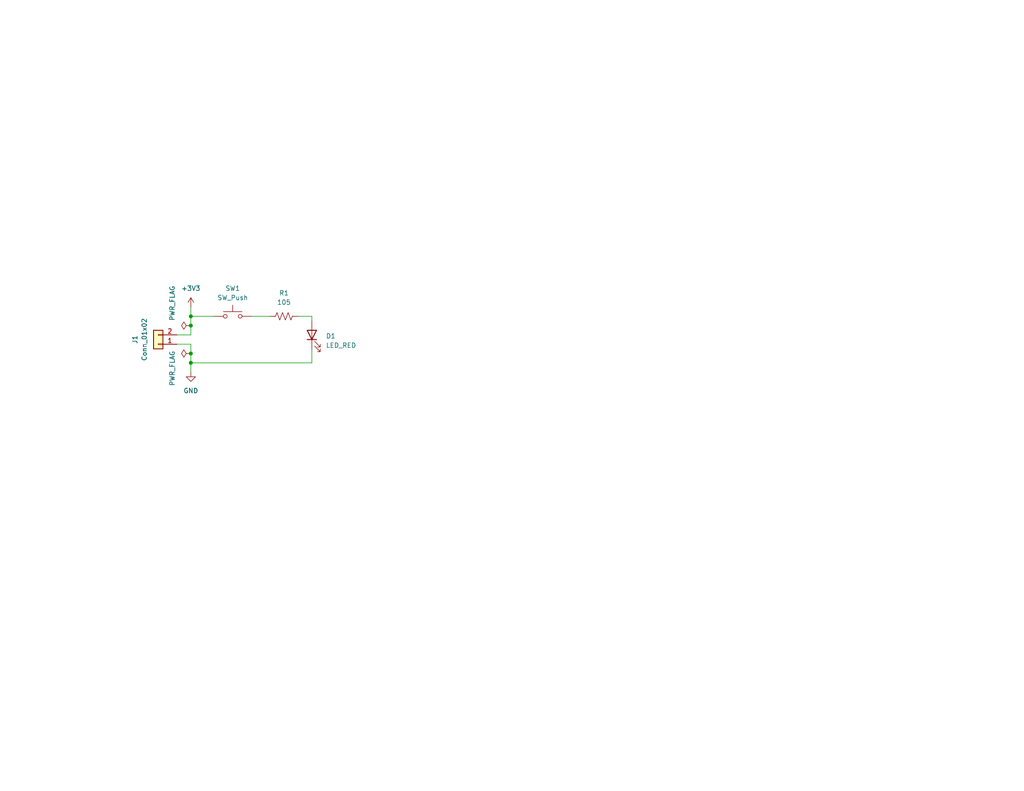
<source format=kicad_sch>
(kicad_sch (version 20230121) (generator eeschema)
  (paper "USLetter")
  (title_block (title "LED Circuit Project") (date "2023-09-17") (rev "1.0") (company "Illini Solar Car") (comment 1 "Designed By: Ryan Chiou"))
  (lib_symbols
    (symbol "Connector_Generic:Conn_01x02" (pin_names (offset 1.016) hide)
      (property "Reference" "J" (at 0 2.54 0))
      (property "Value" "Conn_01x02" (at 0 -5.08 0))
      (symbol "Conn_01x02_1_1"
        (rectangle (start -1.27 -2.413) (end 0 -2.667) (stroke (width 0.1524)))
        (rectangle (start -1.27 0.127) (end 0 -0.127) (stroke (width 0.1524)))
        (rectangle (start -1.27 1.27) (end 1.27 -3.81) (stroke (width 0.254)) (fill (type background)))
        (pin passive line (at -5.08 0 0) (length 3.81) (name "Pin_1") (number "1"))
        (pin passive line (at -5.08 -2.54 0) (length 3.81) (name "Pin_2") (number "2"))
      )
    )
    (symbol "Device:LED" (pin_numbers hide) (pin_names (offset 1.016) hide)
      (property "Reference" "D" (at 0 2.54 0))
      (property "Value" "LED" (at 0 -2.54 0))
      (symbol "LED_0_1"
        (polyline (pts (xy -1.27 -1.27) (xy -1.27 1.27)) (stroke (width 0.254)))
        (polyline (pts (xy -1.27 0) (xy 1.27 0)))
        (polyline (pts (xy 1.27 -1.27) (xy 1.27 1.27) (xy -1.27 0) (xy 1.27 -1.27)) (stroke (width 0.254)))
        (polyline (pts (xy -3.048 -0.762) (xy -4.572 -2.286) (xy -3.81 -2.286) (xy -4.572 -2.286) (xy -4.572 -1.524)))
        (polyline (pts (xy -1.778 -0.762) (xy -3.302 -2.286) (xy -2.54 -2.286) (xy -3.302 -2.286) (xy -3.302 -1.524)))
      )
      (symbol "LED_1_1"
        (pin passive line (at -3.81 0 0) (length 2.54) (name "K") (number "1"))
        (pin passive line (at 3.81 0 180) (length 2.54) (name "A") (number "2"))
      )
    )
    (symbol "Device:R_US" (pin_numbers hide) (pin_names (offset 0))
      (property "Reference" "R" (at 2.54 0 90))
      (property "Value" "R_US" (at -2.54 0 90))
      (symbol "R_US_0_1"
        (polyline (pts (xy 0 -2.286) (xy 0 -2.54)))
        (polyline (pts (xy 0 2.286) (xy 0 2.54)))
        (polyline (pts (xy 0 -0.762) (xy 1.016 -1.143) (xy 0 -1.524) (xy -1.016 -1.905) (xy 0 -2.286)))
        (polyline (pts (xy 0 0.762) (xy 1.016 0.381) (xy 0 0) (xy -1.016 -0.381) (xy 0 -0.762)))
        (polyline (pts (xy 0 2.286) (xy 1.016 1.905) (xy 0 1.524) (xy -1.016 1.143) (xy 0 0.762)))
      )
      (symbol "R_US_1_1"
        (pin passive line (at 0 3.81 270) (length 1.27) (name "~") (number "1"))
        (pin passive line (at 0 -3.81 90) (length 1.27) (name "~") (number "2"))
      )
    )
    (symbol "Switch:SW_Push" (pin_numbers hide) (pin_names (offset 1.016) hide)
      (property "Reference" "SW" (at 1.27 2.54 0))
      (property "Value" "SW_Push" (at 0 -1.524 0))
      (symbol "SW_Push_0_1"
        (circle (center -2.032 0) (radius 0.508))
        (polyline (pts (xy 0 1.27) (xy 0 3.048)))
        (polyline (pts (xy 2.54 1.27) (xy -2.54 1.27)))
        (circle (center 2.032 0) (radius 0.508))
        (pin passive line (at -5.08 0 0) (length 2.54) (name "1") (number "1"))
        (pin passive line (at 5.08 0 180) (length 2.54) (name "2") (number "2"))
      )
    )
    (symbol "power:+3V3" (power) (pin_names (offset 0))
      (property "Value" "+3V3" (at 0 3.556 0))
      (symbol "+3V3_0_1"
        (polyline (pts (xy -0.762 1.27) (xy 0 2.54)))
        (polyline (pts (xy 0 0) (xy 0 2.54)))
        (polyline (pts (xy 0 2.54) (xy 0.762 1.27)))
      )
      (symbol "+3V3_1_1"
        (pin power_in line (at 0 0 90) (length 0) hide (name "+3V3") (number "1"))
      )
    )
    (symbol "power:GND" (power) (pin_names (offset 0))
      (property "Value" "GND" (at 0 -3.81 0))
      (symbol "GND_0_1"
        (polyline (pts (xy 0 0) (xy 0 -1.27) (xy 1.27 -1.27) (xy 0 -2.54) (xy -1.27 -1.27) (xy 0 -1.27)))
      )
      (symbol "GND_1_1"
        (pin power_in line (at 0 0 270) (length 0) hide (name "GND") (number "1"))
      )
    )
    (symbol "power:PWR_FLAG" (power) (pin_numbers hide) (pin_names (offset 0) hide)
      (property "Value" "PWR_FLAG" (at 0 3.81 0))
      (symbol "PWR_FLAG_0_0"
        (pin power_out line (at 0 0 90) (length 0) (name "pwr") (number "1"))
      )
      (symbol "PWR_FLAG_0_1"
        (polyline (pts (xy 0 0) (xy 0 1.27) (xy -1.016 1.905) (xy 0 2.54) (xy 1.016 1.905) (xy 0 1.27)))
      )
    )
  )
  (junction (at 52.07 96.52))
  (junction (at 52.07 99.06))
  (junction (at 52.07 86.36))
  (junction (at 52.07 88.9))
  (wire (pts (xy 48.26 91.44) (xy 52.07 91.44)))
  (wire (pts (xy 52.07 93.98) (xy 48.26 93.98)))
  (wire (pts (xy 85.09 99.06) (xy 52.07 99.06)))
  (wire (pts (xy 52.07 86.36) (xy 52.07 88.9)))
  (wire (pts (xy 68.58 86.36) (xy 73.66 86.36)))
  (wire (pts (xy 52.07 99.06) (xy 52.07 101.6)))
  (wire (pts (xy 81.28 86.36) (xy 85.09 86.36)))
  (wire (pts (xy 52.07 88.9) (xy 52.07 91.44)))
  (wire (pts (xy 85.09 95.25) (xy 85.09 99.06)))
  (wire (pts (xy 85.09 86.36) (xy 85.09 87.63)))
  (wire (pts (xy 52.07 96.52) (xy 52.07 93.98)))
  (wire (pts (xy 52.07 83.82) (xy 52.07 86.36)))
  (wire (pts (xy 52.07 86.36) (xy 58.42 86.36)))
  (wire (pts (xy 52.07 99.06) (xy 52.07 96.52)))
  (symbol (lib_id "power:+3V3") (at 52.07 83.82 0) (unit 1)
    (property "Reference" "#PWR01" (effects hide))
    (property "Value" "+3V3" (at 52.07 78.74 0))
  )
  (symbol (lib_id "Connector_Generic:Conn_01x02") (at 43.18 93.98 180) (unit 1)
    (property "Reference" "J1" (at 36.83 92.71 90))
    (property "Value" "Conn_01x02" (at 39.37 92.71 90))
    (property "Footprint" "Connector_Molex:Molex_KK-254_AE-6410-02A_1x02_P2.54mm_Vertical" (effects hide))
    (property "Datasheet" "https://tools.molex.com/pdm_docs/sd/022272021_sd.pdf" (effects hide))
    (property "MPN" "022272021" (effects hide))
  )
  (symbol (lib_id "power:PWR_FLAG") (at 52.07 96.52 90) (unit 1)
    (property "Reference" "#FLG02" (effects hide))
    (property "Value" "PWR_FLAG" (at 46.99 105.41 0) (effects (justify left)))
  )
  (symbol (lib_id "power:PWR_FLAG") (at 52.07 88.9 90) (unit 1)
    (property "Reference" "#FLG01" (effects hide))
    (property "Value" "PWR_FLAG" (at 46.99 87.63 0) (effects (justify left)))
  )
  (symbol (lib_id "power:GND") (at 52.07 101.6 0) (unit 1)
    (property "Reference" "#PWR02" (effects hide))
    (property "Value" "GND" (at 52.07 106.68 0))
  )
  (symbol (lib_id "Device:LED") (at 85.09 91.44 90) (unit 1)
    (property "Reference" "D1" (at 88.9 91.7575 90) (effects (justify right)))
    (property "Value" "LED_RED" (at 88.9 94.2975 90) (effects (justify right)))
    (property "Footprint" "layout:LED_0603_Symbol_on_F.SilkS" (effects hide))
  )
  (symbol (lib_id "Device:R_US") (at 77.47 86.36 270) (unit 1)
    (property "Reference" "R1" (at 77.47 80.01 90))
    (property "Value" "105" (at 77.47 82.55 90))
    (property "Footprint" "Resistor_SMD:R_0603_1608Metric_Pad0.98x0.95mm_HandSolder" (effects hide))
  )
  (symbol (lib_id "Switch:SW_Push") (at 63.5 86.36 0) (unit 1)
    (property "Reference" "SW1" (at 63.5 78.74 0))
    (property "Value" "SW_Push" (at 63.5 81.28 0))
    (property "Footprint" "Button_Switch_SMD:SW_DIP_SPSTx01_Slide_6.7x4.1mm_W8.61mm_P2.54mm_LowProfile" (effects hide))
    (property "Datasheet" "https://www.te.com/usa-en/product-1825910-6.datasheet.pdf" (effects hide))
    (property "MPN" "1825910-6" (effects hide))
  )
)
</source>
